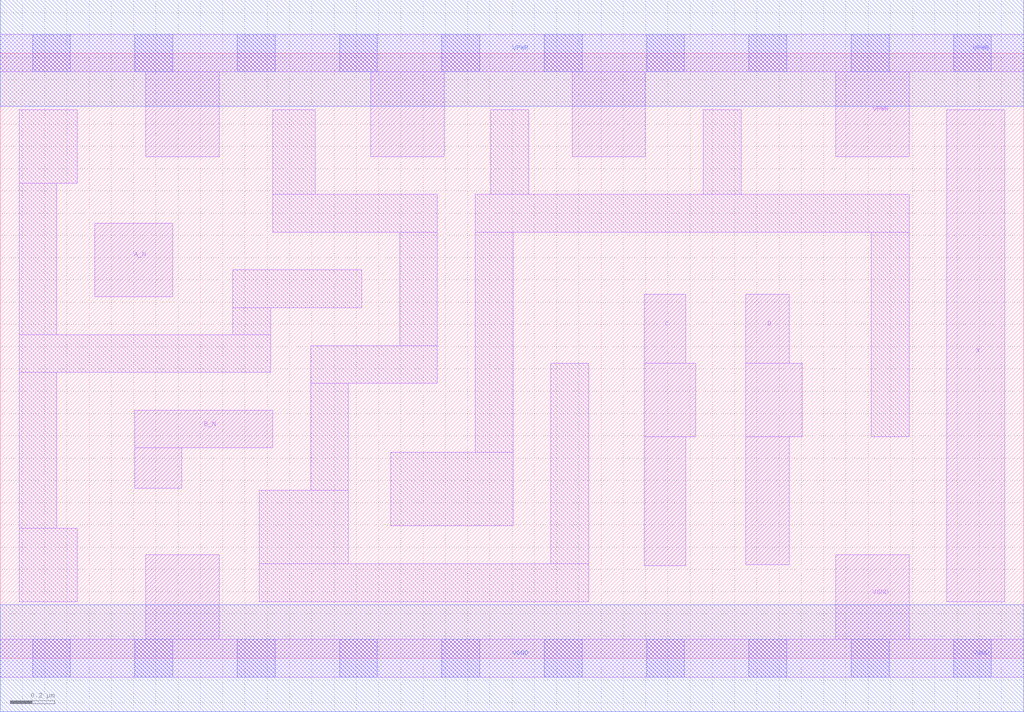
<source format=lef>
# Copyright 2020 The SkyWater PDK Authors
#
# Licensed under the Apache License, Version 2.0 (the "License");
# you may not use this file except in compliance with the License.
# You may obtain a copy of the License at
#
#     https://www.apache.org/licenses/LICENSE-2.0
#
# Unless required by applicable law or agreed to in writing, software
# distributed under the License is distributed on an "AS IS" BASIS,
# WITHOUT WARRANTIES OR CONDITIONS OF ANY KIND, either express or implied.
# See the License for the specific language governing permissions and
# limitations under the License.
#
# SPDX-License-Identifier: Apache-2.0

VERSION 5.7 ;
  NAMESCASESENSITIVE ON ;
  NOWIREEXTENSIONATPIN ON ;
  DIVIDERCHAR "/" ;
  BUSBITCHARS "[]" ;
UNITS
  DATABASE MICRONS 200 ;
END UNITS
MACRO sky130_fd_sc_hd__and4bb_1
  CLASS CORE ;
  SOURCE USER ;
  FOREIGN sky130_fd_sc_hd__and4bb_1 ;
  ORIGIN  0.000000  0.000000 ;
  SIZE  4.600000 BY  2.720000 ;
  SYMMETRY X Y R90 ;
  SITE unithd ;
  PIN A_N
    ANTENNAGATEAREA  0.126000 ;
    DIRECTION INPUT ;
    USE SIGNAL ;
    PORT
      LAYER li1 ;
        RECT 0.425000 1.625000 0.775000 1.955000 ;
    END
  END A_N
  PIN B_N
    ANTENNAGATEAREA  0.126000 ;
    DIRECTION INPUT ;
    USE SIGNAL ;
    PORT
      LAYER li1 ;
        RECT 0.605000 0.765000 0.815000 0.945000 ;
        RECT 0.605000 0.945000 1.225000 1.115000 ;
    END
  END B_N
  PIN C
    ANTENNAGATEAREA  0.126000 ;
    DIRECTION INPUT ;
    USE SIGNAL ;
    PORT
      LAYER li1 ;
        RECT 2.895000 0.415000 3.080000 0.995000 ;
        RECT 2.895000 0.995000 3.125000 1.325000 ;
        RECT 2.895000 1.325000 3.080000 1.635000 ;
    END
  END C
  PIN D
    ANTENNAGATEAREA  0.126000 ;
    DIRECTION INPUT ;
    USE SIGNAL ;
    PORT
      LAYER li1 ;
        RECT 3.350000 0.420000 3.545000 0.995000 ;
        RECT 3.350000 0.995000 3.605000 1.325000 ;
        RECT 3.350000 1.325000 3.545000 1.635000 ;
    END
  END D
  PIN X
    ANTENNADIFFAREA  0.425400 ;
    DIRECTION OUTPUT ;
    USE SIGNAL ;
    PORT
      LAYER li1 ;
        RECT 4.255000 0.255000 4.515000 2.465000 ;
    END
  END X
  PIN VGND
    DIRECTION INOUT ;
    SHAPE ABUTMENT ;
    USE GROUND ;
    PORT
      LAYER li1 ;
        RECT 0.000000 -0.085000 4.600000 0.085000 ;
        RECT 0.655000  0.085000 0.985000 0.465000 ;
        RECT 3.755000  0.085000 4.085000 0.465000 ;
      LAYER mcon ;
        RECT 0.145000 -0.085000 0.315000 0.085000 ;
        RECT 0.605000 -0.085000 0.775000 0.085000 ;
        RECT 1.065000 -0.085000 1.235000 0.085000 ;
        RECT 1.525000 -0.085000 1.695000 0.085000 ;
        RECT 1.985000 -0.085000 2.155000 0.085000 ;
        RECT 2.445000 -0.085000 2.615000 0.085000 ;
        RECT 2.905000 -0.085000 3.075000 0.085000 ;
        RECT 3.365000 -0.085000 3.535000 0.085000 ;
        RECT 3.825000 -0.085000 3.995000 0.085000 ;
        RECT 4.285000 -0.085000 4.455000 0.085000 ;
      LAYER met1 ;
        RECT 0.000000 -0.240000 4.600000 0.240000 ;
    END
  END VGND
  PIN VPWR
    DIRECTION INOUT ;
    SHAPE ABUTMENT ;
    USE POWER ;
    PORT
      LAYER li1 ;
        RECT 0.000000 2.635000 4.600000 2.805000 ;
        RECT 0.655000 2.255000 0.985000 2.635000 ;
        RECT 1.665000 2.255000 1.995000 2.635000 ;
        RECT 2.570000 2.255000 2.900000 2.635000 ;
        RECT 3.755000 2.255000 4.085000 2.635000 ;
      LAYER mcon ;
        RECT 0.145000 2.635000 0.315000 2.805000 ;
        RECT 0.605000 2.635000 0.775000 2.805000 ;
        RECT 1.065000 2.635000 1.235000 2.805000 ;
        RECT 1.525000 2.635000 1.695000 2.805000 ;
        RECT 1.985000 2.635000 2.155000 2.805000 ;
        RECT 2.445000 2.635000 2.615000 2.805000 ;
        RECT 2.905000 2.635000 3.075000 2.805000 ;
        RECT 3.365000 2.635000 3.535000 2.805000 ;
        RECT 3.825000 2.635000 3.995000 2.805000 ;
        RECT 4.285000 2.635000 4.455000 2.805000 ;
      LAYER met1 ;
        RECT 0.000000 2.480000 4.600000 2.960000 ;
    END
  END VPWR
  OBS
    LAYER li1 ;
      RECT 0.085000 0.255000 0.345000 0.585000 ;
      RECT 0.085000 0.585000 0.255000 1.285000 ;
      RECT 0.085000 1.285000 1.215000 1.455000 ;
      RECT 0.085000 1.455000 0.255000 2.135000 ;
      RECT 0.085000 2.135000 0.345000 2.465000 ;
      RECT 1.045000 1.455000 1.215000 1.575000 ;
      RECT 1.045000 1.575000 1.625000 1.745000 ;
      RECT 1.165000 0.255000 2.645000 0.425000 ;
      RECT 1.165000 0.425000 1.565000 0.755000 ;
      RECT 1.225000 1.915000 1.965000 2.085000 ;
      RECT 1.225000 2.085000 1.415000 2.465000 ;
      RECT 1.395000 0.755000 1.565000 1.235000 ;
      RECT 1.395000 1.235000 1.965000 1.405000 ;
      RECT 1.755000 0.595000 2.305000 0.925000 ;
      RECT 1.795000 1.405000 1.965000 1.915000 ;
      RECT 2.135000 0.925000 2.305000 1.915000 ;
      RECT 2.135000 1.915000 4.085000 2.085000 ;
      RECT 2.205000 2.085000 2.375000 2.465000 ;
      RECT 2.475000 0.425000 2.645000 1.325000 ;
      RECT 3.160000 2.085000 3.330000 2.465000 ;
      RECT 3.915000 0.995000 4.085000 1.915000 ;
  END
END sky130_fd_sc_hd__and4bb_1

</source>
